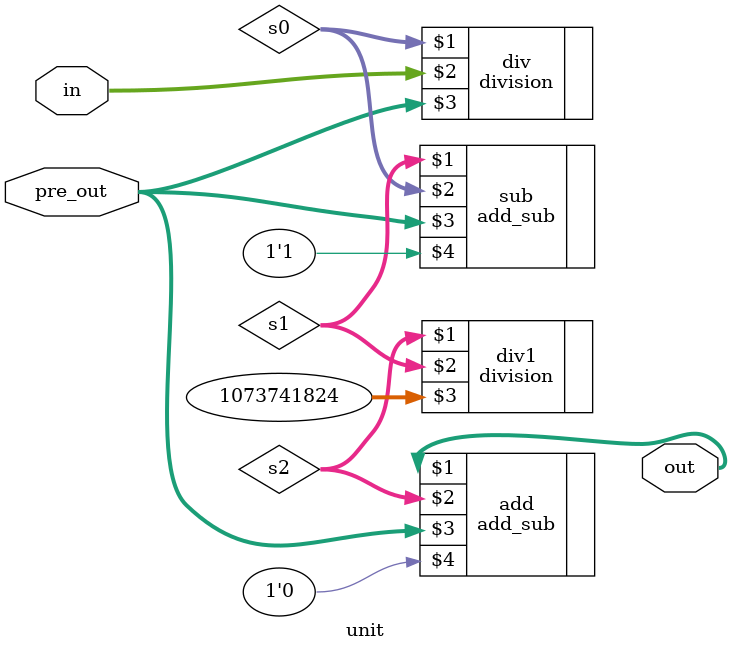
<source format=v>

module rs_element(out,in);
    input   [31:0]in;
    output  [31:0]out;

    wire [31:0]s0,s1,s2,s3,s4,s5,s6,s7,s8;
    unit count1(s0,in,32'h3F800000);
    unit count2(s1,in,s0);
    unit count3(s2,in,s1);
    unit count4(s3,in,s2);
    unit count5(s4,in,s3);
    unit count6(s5,in,s4);
    unit count7(s6,in,s5);
    unit count8(s7,in,s6);
    unit count9(s8,in,s7);
    unit count10(out,in,s8);
endmodule

module unit(out,in,pre_out);
    input   [31:0]in,pre_out;
    output  [31:0]out;

    wire [31:0]s0,s1,s2;

    division div(s0,in,pre_out);
    add_sub sub(s1,s0,pre_out,1'b1);

    division div1(s2,s1,32'h40000000);
    add_sub  add(out,s2,pre_out,1'b0);
endmodule
</source>
